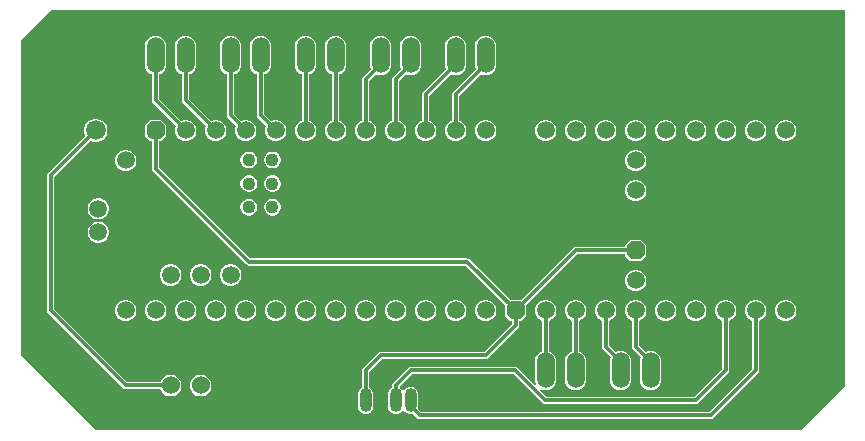
<source format=gbr>
%TF.GenerationSoftware,Altium Limited,Altium Designer,23.10.1 (27)*%
G04 Layer_Physical_Order=2*
G04 Layer_Color=16711680*
%FSLAX45Y45*%
%MOMM*%
%TF.SameCoordinates,BFA40988-2EC8-4786-B6A0-351078B8BEA4*%
%TF.FilePolarity,Positive*%
%TF.FileFunction,Copper,L2,Bot,Signal*%
%TF.Part,Single*%
G01*
G75*
%TA.AperFunction,ComponentPad*%
%ADD10O,1.01600X2.03200*%
%ADD11C,1.10795*%
%ADD12C,1.50800*%
%ADD13R,1.50800X1.50800*%
G04:AMPARAMS|DCode=14|XSize=1.508mm|YSize=1.508mm|CornerRadius=0mm|HoleSize=0mm|Usage=FLASHONLY|Rotation=90.000|XOffset=0mm|YOffset=0mm|HoleType=Round|Shape=Octagon|*
%AMOCTAGOND14*
4,1,8,0.37700,0.75400,-0.37700,0.75400,-0.75400,0.37700,-0.75400,-0.37700,-0.37700,-0.75400,0.37700,-0.75400,0.75400,-0.37700,0.75400,0.37700,0.37700,0.75400,0.0*
%
%ADD14OCTAGOND14*%

%ADD15C,1.67640*%
%ADD16R,1.50800X1.50800*%
%ADD17O,1.50800X3.01600*%
%ADD18C,1.52400*%
%TA.AperFunction,Conductor*%
%ADD19C,0.30480*%
G36*
X7230529Y499529D02*
X6858000Y127000D01*
X889000D01*
X254000Y762000D01*
Y3429000D01*
X508000Y3683000D01*
X7230529D01*
Y499529D01*
D02*
G37*
%LPC*%
G36*
X4191000Y3468822D02*
X4167338Y3465707D01*
X4145289Y3456574D01*
X4126355Y3442045D01*
X4111826Y3423111D01*
X4102693Y3401062D01*
X4099578Y3377400D01*
Y3226600D01*
X4102693Y3202938D01*
X4108755Y3188305D01*
X3915025Y2994575D01*
X3908288Y2984493D01*
X3905923Y2972600D01*
Y2752510D01*
X3902014Y2751463D01*
X3881346Y2739530D01*
X3864470Y2722654D01*
X3852537Y2701986D01*
X3846360Y2678933D01*
Y2655067D01*
X3852537Y2632014D01*
X3864470Y2611346D01*
X3881346Y2594470D01*
X3902014Y2582537D01*
X3925067Y2576360D01*
X3948933D01*
X3971986Y2582537D01*
X3992654Y2594470D01*
X4009530Y2611346D01*
X4021463Y2632014D01*
X4027640Y2655067D01*
Y2678933D01*
X4021463Y2701986D01*
X4009530Y2722654D01*
X3992654Y2739530D01*
X3971986Y2751463D01*
X3968077Y2752510D01*
Y2959728D01*
X4152704Y3144355D01*
X4167338Y3138293D01*
X4191000Y3135178D01*
X4214662Y3138293D01*
X4236711Y3147426D01*
X4255645Y3161955D01*
X4270174Y3180889D01*
X4279307Y3202938D01*
X4282422Y3226600D01*
Y3377400D01*
X4279307Y3401062D01*
X4270174Y3423111D01*
X4255645Y3442045D01*
X4236711Y3456574D01*
X4214662Y3465707D01*
X4191000Y3468822D01*
D02*
G37*
G36*
X3937000D02*
X3913338Y3465707D01*
X3891289Y3456574D01*
X3872355Y3442045D01*
X3857826Y3423111D01*
X3848693Y3401062D01*
X3845578Y3377400D01*
Y3226600D01*
X3848693Y3202938D01*
X3854755Y3188305D01*
X3661025Y2994575D01*
X3654288Y2984493D01*
X3651923Y2972600D01*
Y2752510D01*
X3648014Y2751463D01*
X3627346Y2739530D01*
X3610470Y2722654D01*
X3598537Y2701986D01*
X3592360Y2678933D01*
Y2655067D01*
X3598537Y2632014D01*
X3610470Y2611346D01*
X3627346Y2594470D01*
X3648014Y2582537D01*
X3671067Y2576360D01*
X3694933D01*
X3717986Y2582537D01*
X3738654Y2594470D01*
X3755530Y2611346D01*
X3767463Y2632014D01*
X3773640Y2655067D01*
Y2678933D01*
X3767463Y2701986D01*
X3755530Y2722654D01*
X3738654Y2739530D01*
X3717986Y2751463D01*
X3714077Y2752510D01*
Y2959728D01*
X3898704Y3144355D01*
X3913338Y3138293D01*
X3937000Y3135178D01*
X3960662Y3138293D01*
X3982711Y3147426D01*
X4001645Y3161955D01*
X4016174Y3180889D01*
X4025307Y3202938D01*
X4028422Y3226600D01*
Y3377400D01*
X4025307Y3401062D01*
X4016174Y3423111D01*
X4001645Y3442045D01*
X3982711Y3456574D01*
X3960662Y3465707D01*
X3937000Y3468822D01*
D02*
G37*
G36*
X3556000D02*
X3532338Y3465707D01*
X3510289Y3456574D01*
X3491355Y3442045D01*
X3476826Y3423111D01*
X3467693Y3401062D01*
X3464578Y3377400D01*
Y3226600D01*
X3467693Y3202938D01*
X3473755Y3188305D01*
X3407025Y3121575D01*
X3400288Y3111493D01*
X3397923Y3099600D01*
Y2752510D01*
X3394014Y2751463D01*
X3373346Y2739530D01*
X3356470Y2722654D01*
X3344537Y2701986D01*
X3338360Y2678933D01*
Y2655067D01*
X3344537Y2632014D01*
X3356470Y2611346D01*
X3373346Y2594470D01*
X3394014Y2582537D01*
X3417067Y2576360D01*
X3440933D01*
X3463986Y2582537D01*
X3484654Y2594470D01*
X3501530Y2611346D01*
X3513463Y2632014D01*
X3519640Y2655067D01*
Y2678933D01*
X3513463Y2701986D01*
X3501530Y2722654D01*
X3484654Y2739530D01*
X3463986Y2751463D01*
X3460077Y2752510D01*
Y3086728D01*
X3517704Y3144355D01*
X3532338Y3138293D01*
X3556000Y3135178D01*
X3579662Y3138293D01*
X3601711Y3147426D01*
X3620645Y3161955D01*
X3635174Y3180889D01*
X3644307Y3202938D01*
X3647422Y3226600D01*
Y3377400D01*
X3644307Y3401062D01*
X3635174Y3423111D01*
X3620645Y3442045D01*
X3601711Y3456574D01*
X3579662Y3465707D01*
X3556000Y3468822D01*
D02*
G37*
G36*
X3302000D02*
X3278338Y3465707D01*
X3256289Y3456574D01*
X3237355Y3442045D01*
X3222826Y3423111D01*
X3213693Y3401062D01*
X3210578Y3377400D01*
Y3226600D01*
X3213693Y3202938D01*
X3219755Y3188305D01*
X3153025Y3121575D01*
X3146288Y3111493D01*
X3143923Y3099600D01*
Y2752510D01*
X3140014Y2751463D01*
X3119346Y2739530D01*
X3102470Y2722654D01*
X3090537Y2701986D01*
X3084360Y2678933D01*
Y2655067D01*
X3090537Y2632014D01*
X3102470Y2611346D01*
X3119346Y2594470D01*
X3140014Y2582537D01*
X3163067Y2576360D01*
X3186933D01*
X3209986Y2582537D01*
X3230654Y2594470D01*
X3247530Y2611346D01*
X3259463Y2632014D01*
X3265640Y2655067D01*
Y2678933D01*
X3259463Y2701986D01*
X3247530Y2722654D01*
X3230654Y2739530D01*
X3209986Y2751463D01*
X3206077Y2752510D01*
Y3086728D01*
X3263704Y3144355D01*
X3278338Y3138293D01*
X3302000Y3135178D01*
X3325662Y3138293D01*
X3347711Y3147426D01*
X3366645Y3161955D01*
X3381174Y3180889D01*
X3390307Y3202938D01*
X3393422Y3226600D01*
Y3377400D01*
X3390307Y3401062D01*
X3381174Y3423111D01*
X3366645Y3442045D01*
X3347711Y3456574D01*
X3325662Y3465707D01*
X3302000Y3468822D01*
D02*
G37*
G36*
X6742933Y2757640D02*
X6719067D01*
X6696014Y2751463D01*
X6675346Y2739530D01*
X6658470Y2722654D01*
X6646537Y2701986D01*
X6640360Y2678933D01*
Y2655067D01*
X6646537Y2632014D01*
X6658470Y2611346D01*
X6675346Y2594470D01*
X6696014Y2582537D01*
X6719067Y2576360D01*
X6742933D01*
X6765986Y2582537D01*
X6786654Y2594470D01*
X6803530Y2611346D01*
X6815463Y2632014D01*
X6821640Y2655067D01*
Y2678933D01*
X6815463Y2701986D01*
X6803530Y2722654D01*
X6786654Y2739530D01*
X6765986Y2751463D01*
X6742933Y2757640D01*
D02*
G37*
G36*
X6488933D02*
X6465067D01*
X6442014Y2751463D01*
X6421346Y2739530D01*
X6404470Y2722654D01*
X6392537Y2701986D01*
X6386360Y2678933D01*
Y2655067D01*
X6392537Y2632014D01*
X6404470Y2611346D01*
X6421346Y2594470D01*
X6442014Y2582537D01*
X6465067Y2576360D01*
X6488933D01*
X6511986Y2582537D01*
X6532654Y2594470D01*
X6549530Y2611346D01*
X6561463Y2632014D01*
X6567640Y2655067D01*
Y2678933D01*
X6561463Y2701986D01*
X6549530Y2722654D01*
X6532654Y2739530D01*
X6511986Y2751463D01*
X6488933Y2757640D01*
D02*
G37*
G36*
X6234933D02*
X6211067D01*
X6188014Y2751463D01*
X6167346Y2739530D01*
X6150470Y2722654D01*
X6138537Y2701986D01*
X6132360Y2678933D01*
Y2655067D01*
X6138537Y2632014D01*
X6150470Y2611346D01*
X6167346Y2594470D01*
X6188014Y2582537D01*
X6211067Y2576360D01*
X6234933D01*
X6257986Y2582537D01*
X6278654Y2594470D01*
X6295530Y2611346D01*
X6307463Y2632014D01*
X6313640Y2655067D01*
Y2678933D01*
X6307463Y2701986D01*
X6295530Y2722654D01*
X6278654Y2739530D01*
X6257986Y2751463D01*
X6234933Y2757640D01*
D02*
G37*
G36*
X5980933D02*
X5957067D01*
X5934014Y2751463D01*
X5913346Y2739530D01*
X5896470Y2722654D01*
X5884537Y2701986D01*
X5878360Y2678933D01*
Y2655067D01*
X5884537Y2632014D01*
X5896470Y2611346D01*
X5913346Y2594470D01*
X5934014Y2582537D01*
X5957067Y2576360D01*
X5980933D01*
X6003986Y2582537D01*
X6024654Y2594470D01*
X6041530Y2611346D01*
X6053463Y2632014D01*
X6059640Y2655067D01*
Y2678933D01*
X6053463Y2701986D01*
X6041530Y2722654D01*
X6024654Y2739530D01*
X6003986Y2751463D01*
X5980933Y2757640D01*
D02*
G37*
G36*
X5726933D02*
X5703067D01*
X5680014Y2751463D01*
X5659346Y2739530D01*
X5642470Y2722654D01*
X5630537Y2701986D01*
X5624360Y2678933D01*
Y2655067D01*
X5630537Y2632014D01*
X5642470Y2611346D01*
X5659346Y2594470D01*
X5680014Y2582537D01*
X5703067Y2576360D01*
X5726933D01*
X5749986Y2582537D01*
X5770654Y2594470D01*
X5787530Y2611346D01*
X5799463Y2632014D01*
X5805640Y2655067D01*
Y2678933D01*
X5799463Y2701986D01*
X5787530Y2722654D01*
X5770654Y2739530D01*
X5749986Y2751463D01*
X5726933Y2757640D01*
D02*
G37*
G36*
X5472933D02*
X5449067D01*
X5426014Y2751463D01*
X5405346Y2739530D01*
X5388470Y2722654D01*
X5376537Y2701986D01*
X5370360Y2678933D01*
Y2655067D01*
X5376537Y2632014D01*
X5388470Y2611346D01*
X5405346Y2594470D01*
X5426014Y2582537D01*
X5449067Y2576360D01*
X5472933D01*
X5495986Y2582537D01*
X5516654Y2594470D01*
X5533530Y2611346D01*
X5545463Y2632014D01*
X5551640Y2655067D01*
Y2678933D01*
X5545463Y2701986D01*
X5533530Y2722654D01*
X5516654Y2739530D01*
X5495986Y2751463D01*
X5472933Y2757640D01*
D02*
G37*
G36*
X5218933D02*
X5195067D01*
X5172014Y2751463D01*
X5151346Y2739530D01*
X5134470Y2722654D01*
X5122537Y2701986D01*
X5116360Y2678933D01*
Y2655067D01*
X5122537Y2632014D01*
X5134470Y2611346D01*
X5151346Y2594470D01*
X5172014Y2582537D01*
X5195067Y2576360D01*
X5218933D01*
X5241986Y2582537D01*
X5262654Y2594470D01*
X5279530Y2611346D01*
X5291463Y2632014D01*
X5297640Y2655067D01*
Y2678933D01*
X5291463Y2701986D01*
X5279530Y2722654D01*
X5262654Y2739530D01*
X5241986Y2751463D01*
X5218933Y2757640D01*
D02*
G37*
G36*
X4964933D02*
X4941067D01*
X4918014Y2751463D01*
X4897346Y2739530D01*
X4880470Y2722654D01*
X4868537Y2701986D01*
X4862360Y2678933D01*
Y2655067D01*
X4868537Y2632014D01*
X4880470Y2611346D01*
X4897346Y2594470D01*
X4918014Y2582537D01*
X4941067Y2576360D01*
X4964933D01*
X4987986Y2582537D01*
X5008654Y2594470D01*
X5025530Y2611346D01*
X5037463Y2632014D01*
X5043640Y2655067D01*
Y2678933D01*
X5037463Y2701986D01*
X5025530Y2722654D01*
X5008654Y2739530D01*
X4987986Y2751463D01*
X4964933Y2757640D01*
D02*
G37*
G36*
X4710933D02*
X4687067D01*
X4664014Y2751463D01*
X4643346Y2739530D01*
X4626470Y2722654D01*
X4614537Y2701986D01*
X4608360Y2678933D01*
Y2655067D01*
X4614537Y2632014D01*
X4626470Y2611346D01*
X4643346Y2594470D01*
X4664014Y2582537D01*
X4687067Y2576360D01*
X4710933D01*
X4733986Y2582537D01*
X4754654Y2594470D01*
X4771530Y2611346D01*
X4783463Y2632014D01*
X4789640Y2655067D01*
Y2678933D01*
X4783463Y2701986D01*
X4771530Y2722654D01*
X4754654Y2739530D01*
X4733986Y2751463D01*
X4710933Y2757640D01*
D02*
G37*
G36*
X4202933D02*
X4179067D01*
X4156014Y2751463D01*
X4135346Y2739530D01*
X4118470Y2722654D01*
X4106537Y2701986D01*
X4100360Y2678933D01*
Y2655067D01*
X4106537Y2632014D01*
X4118470Y2611346D01*
X4135346Y2594470D01*
X4156014Y2582537D01*
X4179067Y2576360D01*
X4202933D01*
X4225986Y2582537D01*
X4246654Y2594470D01*
X4263530Y2611346D01*
X4275463Y2632014D01*
X4281640Y2655067D01*
Y2678933D01*
X4275463Y2701986D01*
X4263530Y2722654D01*
X4246654Y2739530D01*
X4225986Y2751463D01*
X4202933Y2757640D01*
D02*
G37*
G36*
X2921000Y3468822D02*
X2897338Y3465707D01*
X2875289Y3456574D01*
X2856355Y3442045D01*
X2841826Y3423111D01*
X2832693Y3401062D01*
X2829578Y3377400D01*
Y3226600D01*
X2832693Y3202938D01*
X2841826Y3180889D01*
X2856355Y3161955D01*
X2875289Y3147426D01*
X2889923Y3141365D01*
Y2752510D01*
X2886014Y2751463D01*
X2865346Y2739530D01*
X2848470Y2722654D01*
X2836537Y2701986D01*
X2830360Y2678933D01*
Y2655067D01*
X2836537Y2632014D01*
X2848470Y2611346D01*
X2865346Y2594470D01*
X2886014Y2582537D01*
X2909067Y2576360D01*
X2932933D01*
X2955986Y2582537D01*
X2976654Y2594470D01*
X2993530Y2611346D01*
X3005463Y2632014D01*
X3011640Y2655067D01*
Y2678933D01*
X3005463Y2701986D01*
X2993530Y2722654D01*
X2976654Y2739530D01*
X2955986Y2751463D01*
X2952077Y2752510D01*
Y3141365D01*
X2966711Y3147426D01*
X2985645Y3161955D01*
X3000174Y3180889D01*
X3009307Y3202938D01*
X3012422Y3226600D01*
Y3377400D01*
X3009307Y3401062D01*
X3000174Y3423111D01*
X2985645Y3442045D01*
X2966711Y3456574D01*
X2944662Y3465707D01*
X2921000Y3468822D01*
D02*
G37*
G36*
X2667000D02*
X2643338Y3465707D01*
X2621289Y3456574D01*
X2602355Y3442045D01*
X2587826Y3423111D01*
X2578693Y3401062D01*
X2575578Y3377400D01*
Y3226600D01*
X2578693Y3202938D01*
X2587826Y3180889D01*
X2602355Y3161955D01*
X2621289Y3147426D01*
X2635923Y3141365D01*
Y2752510D01*
X2632014Y2751463D01*
X2611346Y2739530D01*
X2594470Y2722654D01*
X2582537Y2701986D01*
X2576360Y2678933D01*
Y2655067D01*
X2582537Y2632014D01*
X2594470Y2611346D01*
X2611346Y2594470D01*
X2632014Y2582537D01*
X2655067Y2576360D01*
X2678933D01*
X2701986Y2582537D01*
X2722654Y2594470D01*
X2739530Y2611346D01*
X2751463Y2632014D01*
X2757640Y2655067D01*
Y2678933D01*
X2751463Y2701986D01*
X2739530Y2722654D01*
X2722654Y2739530D01*
X2701986Y2751463D01*
X2698077Y2752510D01*
Y3141365D01*
X2712711Y3147426D01*
X2731645Y3161955D01*
X2746174Y3180889D01*
X2755307Y3202938D01*
X2758422Y3226600D01*
Y3377400D01*
X2755307Y3401062D01*
X2746174Y3423111D01*
X2731645Y3442045D01*
X2712711Y3456574D01*
X2690662Y3465707D01*
X2667000Y3468822D01*
D02*
G37*
G36*
X2286000D02*
X2262338Y3465707D01*
X2240289Y3456574D01*
X2221355Y3442045D01*
X2206826Y3423111D01*
X2197693Y3401062D01*
X2194578Y3377400D01*
Y3226600D01*
X2197693Y3202938D01*
X2206826Y3180889D01*
X2221355Y3161955D01*
X2240289Y3147426D01*
X2254923Y3141365D01*
Y2794000D01*
X2257288Y2782107D01*
X2264025Y2772025D01*
X2330560Y2705490D01*
X2328537Y2701986D01*
X2322360Y2678933D01*
Y2655067D01*
X2328537Y2632014D01*
X2340470Y2611346D01*
X2357346Y2594470D01*
X2378014Y2582537D01*
X2401067Y2576360D01*
X2424933D01*
X2447986Y2582537D01*
X2468654Y2594470D01*
X2485530Y2611346D01*
X2497463Y2632014D01*
X2503640Y2655067D01*
Y2678933D01*
X2497463Y2701986D01*
X2485530Y2722654D01*
X2468654Y2739530D01*
X2447986Y2751463D01*
X2424933Y2757640D01*
X2401067D01*
X2378014Y2751463D01*
X2374510Y2749440D01*
X2317077Y2806872D01*
Y3141365D01*
X2331711Y3147426D01*
X2350645Y3161955D01*
X2365174Y3180889D01*
X2374307Y3202938D01*
X2377422Y3226600D01*
Y3377400D01*
X2374307Y3401062D01*
X2365174Y3423111D01*
X2350645Y3442045D01*
X2331711Y3456574D01*
X2309662Y3465707D01*
X2286000Y3468822D01*
D02*
G37*
G36*
X2032000D02*
X2008338Y3465707D01*
X1986289Y3456574D01*
X1967355Y3442045D01*
X1952826Y3423111D01*
X1943693Y3401062D01*
X1940578Y3377400D01*
Y3226600D01*
X1943693Y3202938D01*
X1952826Y3180889D01*
X1967355Y3161955D01*
X1986289Y3147426D01*
X2000923Y3141365D01*
Y2794000D01*
X2003288Y2782107D01*
X2010025Y2772025D01*
X2076560Y2705490D01*
X2074537Y2701986D01*
X2068360Y2678933D01*
Y2655067D01*
X2074537Y2632014D01*
X2086470Y2611346D01*
X2103346Y2594470D01*
X2124014Y2582537D01*
X2147067Y2576360D01*
X2170933D01*
X2193986Y2582537D01*
X2214654Y2594470D01*
X2231530Y2611346D01*
X2243463Y2632014D01*
X2249640Y2655067D01*
Y2678933D01*
X2243463Y2701986D01*
X2231530Y2722654D01*
X2214654Y2739530D01*
X2193986Y2751463D01*
X2170933Y2757640D01*
X2147067D01*
X2124014Y2751463D01*
X2120510Y2749440D01*
X2063077Y2806872D01*
Y3141365D01*
X2077711Y3147426D01*
X2096645Y3161955D01*
X2111174Y3180889D01*
X2120307Y3202938D01*
X2123422Y3226600D01*
Y3377400D01*
X2120307Y3401062D01*
X2111174Y3423111D01*
X2096645Y3442045D01*
X2077711Y3456574D01*
X2055662Y3465707D01*
X2032000Y3468822D01*
D02*
G37*
G36*
X1651000D02*
X1627338Y3465707D01*
X1605289Y3456574D01*
X1586355Y3442045D01*
X1571826Y3423111D01*
X1562693Y3401062D01*
X1559578Y3377400D01*
Y3226600D01*
X1562693Y3202938D01*
X1571826Y3180889D01*
X1586355Y3161955D01*
X1605289Y3147426D01*
X1619923Y3141365D01*
Y2921000D01*
X1622288Y2909107D01*
X1629025Y2899025D01*
X1822560Y2705490D01*
X1820537Y2701986D01*
X1814360Y2678933D01*
Y2655067D01*
X1820537Y2632014D01*
X1832470Y2611346D01*
X1849346Y2594470D01*
X1870014Y2582537D01*
X1893067Y2576360D01*
X1916933D01*
X1939986Y2582537D01*
X1960654Y2594470D01*
X1977530Y2611346D01*
X1989463Y2632014D01*
X1995640Y2655067D01*
Y2678933D01*
X1989463Y2701986D01*
X1977530Y2722654D01*
X1960654Y2739530D01*
X1939986Y2751463D01*
X1916933Y2757640D01*
X1893067D01*
X1870014Y2751463D01*
X1866510Y2749440D01*
X1682077Y2933872D01*
Y3141365D01*
X1696711Y3147426D01*
X1715645Y3161955D01*
X1730174Y3180889D01*
X1739307Y3202938D01*
X1742422Y3226600D01*
Y3377400D01*
X1739307Y3401062D01*
X1730174Y3423111D01*
X1715645Y3442045D01*
X1696711Y3456574D01*
X1674662Y3465707D01*
X1651000Y3468822D01*
D02*
G37*
G36*
X1397000D02*
X1373338Y3465707D01*
X1351289Y3456574D01*
X1332355Y3442045D01*
X1317826Y3423111D01*
X1308693Y3401062D01*
X1305578Y3377400D01*
Y3226600D01*
X1308693Y3202938D01*
X1317826Y3180889D01*
X1332355Y3161955D01*
X1351289Y3147426D01*
X1365923Y3141365D01*
Y2921000D01*
X1368288Y2909107D01*
X1375025Y2899025D01*
X1568560Y2705490D01*
X1566537Y2701986D01*
X1560360Y2678933D01*
Y2655067D01*
X1566537Y2632014D01*
X1578470Y2611346D01*
X1595346Y2594470D01*
X1616014Y2582537D01*
X1639067Y2576360D01*
X1662933D01*
X1685986Y2582537D01*
X1706654Y2594470D01*
X1723530Y2611346D01*
X1735463Y2632014D01*
X1741640Y2655067D01*
Y2678933D01*
X1735463Y2701986D01*
X1723530Y2722654D01*
X1706654Y2739530D01*
X1685986Y2751463D01*
X1662933Y2757640D01*
X1639067D01*
X1616014Y2751463D01*
X1612510Y2749440D01*
X1428077Y2933872D01*
Y3141365D01*
X1442711Y3147426D01*
X1461645Y3161955D01*
X1476174Y3180889D01*
X1485307Y3202938D01*
X1488422Y3226600D01*
Y3377400D01*
X1485307Y3401062D01*
X1476174Y3423111D01*
X1461645Y3442045D01*
X1442711Y3456574D01*
X1420662Y3465707D01*
X1397000Y3468822D01*
D02*
G37*
G36*
X902041Y2766060D02*
X875959D01*
X850764Y2759309D01*
X828176Y2746268D01*
X809732Y2727824D01*
X796691Y2705236D01*
X789940Y2680041D01*
Y2653959D01*
X796691Y2628764D01*
X800396Y2622346D01*
X486025Y2307975D01*
X479288Y2297893D01*
X476923Y2286000D01*
Y1143000D01*
X479288Y1131107D01*
X486025Y1121025D01*
X1121025Y486025D01*
X1131107Y479288D01*
X1143000Y476923D01*
X1437662D01*
X1438792Y472705D01*
X1450830Y451855D01*
X1467855Y434830D01*
X1488705Y422792D01*
X1511962Y416560D01*
X1536038D01*
X1559295Y422792D01*
X1580145Y434830D01*
X1597170Y451855D01*
X1609208Y472705D01*
X1615440Y495962D01*
Y520038D01*
X1609208Y543295D01*
X1597170Y564145D01*
X1580145Y581170D01*
X1559295Y593208D01*
X1536038Y599440D01*
X1511962D01*
X1488705Y593208D01*
X1467855Y581170D01*
X1450830Y564145D01*
X1438792Y543295D01*
X1437662Y539077D01*
X1155872D01*
X539077Y1155872D01*
Y2273128D01*
X844346Y2578396D01*
X850764Y2574691D01*
X875959Y2567940D01*
X902041D01*
X927236Y2574691D01*
X949824Y2587732D01*
X968268Y2606176D01*
X981309Y2628764D01*
X988060Y2653959D01*
Y2680041D01*
X981309Y2705236D01*
X968268Y2727824D01*
X949824Y2746268D01*
X927236Y2759309D01*
X902041Y2766060D01*
D02*
G37*
G36*
X2395300Y2487625D02*
X2376700D01*
X2358735Y2482811D01*
X2342627Y2473512D01*
X2329476Y2460360D01*
X2320176Y2444253D01*
X2315362Y2426288D01*
Y2407688D01*
X2320176Y2389723D01*
X2329476Y2373615D01*
X2342627Y2360464D01*
X2358735Y2351164D01*
X2376700Y2346350D01*
X2395300D01*
X2413265Y2351164D01*
X2429372Y2360464D01*
X2442524Y2373615D01*
X2451823Y2389723D01*
X2456637Y2407688D01*
Y2426288D01*
X2451823Y2444253D01*
X2442524Y2460360D01*
X2429372Y2473512D01*
X2413265Y2482811D01*
X2395300Y2487625D01*
D02*
G37*
G36*
X2195300D02*
X2176700D01*
X2158735Y2482811D01*
X2142628Y2473512D01*
X2129476Y2460360D01*
X2120177Y2444253D01*
X2115363Y2426288D01*
Y2407688D01*
X2120177Y2389723D01*
X2129476Y2373615D01*
X2142628Y2360464D01*
X2158735Y2351164D01*
X2176700Y2346350D01*
X2195300D01*
X2213265Y2351164D01*
X2229373Y2360464D01*
X2242524Y2373615D01*
X2251824Y2389723D01*
X2256638Y2407688D01*
Y2426288D01*
X2251824Y2444253D01*
X2242524Y2460360D01*
X2229373Y2473512D01*
X2213265Y2482811D01*
X2195300Y2487625D01*
D02*
G37*
G36*
X5472933Y2503640D02*
X5449067D01*
X5426014Y2497463D01*
X5405346Y2485530D01*
X5388470Y2468654D01*
X5376537Y2447986D01*
X5370360Y2424933D01*
Y2401067D01*
X5376537Y2378014D01*
X5388470Y2357346D01*
X5405346Y2340470D01*
X5426014Y2328537D01*
X5449067Y2322360D01*
X5472933D01*
X5495986Y2328537D01*
X5516654Y2340470D01*
X5533530Y2357346D01*
X5545463Y2378014D01*
X5551640Y2401067D01*
Y2424933D01*
X5545463Y2447986D01*
X5533530Y2468654D01*
X5516654Y2485530D01*
X5495986Y2497463D01*
X5472933Y2503640D01*
D02*
G37*
G36*
X1154933D02*
X1131067D01*
X1108014Y2497463D01*
X1087346Y2485530D01*
X1070470Y2468654D01*
X1058537Y2447986D01*
X1052360Y2424933D01*
Y2401067D01*
X1058537Y2378014D01*
X1070470Y2357346D01*
X1087346Y2340470D01*
X1108014Y2328537D01*
X1131067Y2322360D01*
X1154933D01*
X1177986Y2328537D01*
X1198654Y2340470D01*
X1215530Y2357346D01*
X1227463Y2378014D01*
X1233640Y2401067D01*
Y2424933D01*
X1227463Y2447986D01*
X1215530Y2468654D01*
X1198654Y2485530D01*
X1177986Y2497463D01*
X1154933Y2503640D01*
D02*
G37*
G36*
X2395300Y2287626D02*
X2376700D01*
X2358735Y2282812D01*
X2342627Y2273512D01*
X2329476Y2260361D01*
X2320176Y2244253D01*
X2315362Y2226288D01*
Y2207688D01*
X2320176Y2189723D01*
X2329476Y2173616D01*
X2342627Y2160464D01*
X2358735Y2151165D01*
X2376700Y2146351D01*
X2395300D01*
X2413265Y2151165D01*
X2429372Y2160464D01*
X2442524Y2173616D01*
X2451823Y2189723D01*
X2456637Y2207688D01*
Y2226288D01*
X2451823Y2244253D01*
X2442524Y2260361D01*
X2429372Y2273512D01*
X2413265Y2282812D01*
X2395300Y2287626D01*
D02*
G37*
G36*
X2195300D02*
X2176700D01*
X2158735Y2282812D01*
X2142628Y2273512D01*
X2129476Y2260361D01*
X2120177Y2244253D01*
X2115363Y2226288D01*
Y2207688D01*
X2120177Y2189723D01*
X2129476Y2173616D01*
X2142628Y2160464D01*
X2158735Y2151165D01*
X2176700Y2146351D01*
X2195300D01*
X2213265Y2151165D01*
X2229373Y2160464D01*
X2242524Y2173616D01*
X2251824Y2189723D01*
X2256638Y2207688D01*
Y2226288D01*
X2251824Y2244253D01*
X2242524Y2260361D01*
X2229373Y2273512D01*
X2213265Y2282812D01*
X2195300Y2287626D01*
D02*
G37*
G36*
X5472933Y2249640D02*
X5449067D01*
X5426014Y2243463D01*
X5405346Y2231530D01*
X5388470Y2214654D01*
X5376537Y2193986D01*
X5370360Y2170933D01*
Y2147067D01*
X5376537Y2124014D01*
X5388470Y2103346D01*
X5405346Y2086470D01*
X5426014Y2074537D01*
X5449067Y2068360D01*
X5472933D01*
X5495986Y2074537D01*
X5516654Y2086470D01*
X5533530Y2103346D01*
X5545463Y2124014D01*
X5551640Y2147067D01*
Y2170933D01*
X5545463Y2193986D01*
X5533530Y2214654D01*
X5516654Y2231530D01*
X5495986Y2243463D01*
X5472933Y2249640D01*
D02*
G37*
G36*
X2395300Y2087626D02*
X2376700D01*
X2358735Y2082812D01*
X2342627Y2073513D01*
X2329476Y2060361D01*
X2320176Y2044254D01*
X2315362Y2026288D01*
Y2007689D01*
X2320176Y1989723D01*
X2329476Y1973616D01*
X2342627Y1960464D01*
X2358735Y1951165D01*
X2376700Y1946351D01*
X2395300D01*
X2413265Y1951165D01*
X2429372Y1960464D01*
X2442524Y1973616D01*
X2451823Y1989723D01*
X2456637Y2007689D01*
Y2026288D01*
X2451823Y2044254D01*
X2442524Y2060361D01*
X2429372Y2073513D01*
X2413265Y2082812D01*
X2395300Y2087626D01*
D02*
G37*
G36*
X2195300D02*
X2176700D01*
X2158735Y2082812D01*
X2142628Y2073513D01*
X2129476Y2060361D01*
X2120177Y2044254D01*
X2115363Y2026288D01*
Y2007689D01*
X2120177Y1989723D01*
X2129476Y1973616D01*
X2142628Y1960464D01*
X2158735Y1951165D01*
X2176700Y1946351D01*
X2195300D01*
X2213265Y1951165D01*
X2229373Y1960464D01*
X2242524Y1973616D01*
X2251824Y1989723D01*
X2256638Y2007689D01*
Y2026288D01*
X2251824Y2044254D01*
X2242524Y2060361D01*
X2229373Y2073513D01*
X2213265Y2082812D01*
X2195300Y2087626D01*
D02*
G37*
G36*
X923945Y2095640D02*
X900079D01*
X877027Y2089463D01*
X856358Y2077530D01*
X839482Y2060654D01*
X827550Y2039986D01*
X821373Y2016933D01*
Y1993067D01*
X827550Y1970014D01*
X839482Y1949346D01*
X856358Y1932470D01*
X877027Y1920537D01*
X900079Y1914360D01*
X923945D01*
X946998Y1920537D01*
X967667Y1932470D01*
X984542Y1949346D01*
X996475Y1970014D01*
X1002652Y1993067D01*
Y2016933D01*
X996475Y2039986D01*
X984542Y2060654D01*
X967667Y2077530D01*
X946998Y2089463D01*
X923945Y2095640D01*
D02*
G37*
G36*
Y1895640D02*
X900079D01*
X877027Y1889463D01*
X856358Y1877530D01*
X839482Y1860654D01*
X827550Y1839986D01*
X821373Y1816933D01*
Y1793067D01*
X827550Y1770014D01*
X839482Y1749346D01*
X856358Y1732470D01*
X877027Y1720537D01*
X900079Y1714360D01*
X923945D01*
X946998Y1720537D01*
X967667Y1732470D01*
X984542Y1749346D01*
X996475Y1770014D01*
X1002652Y1793067D01*
Y1816933D01*
X996475Y1839986D01*
X984542Y1860654D01*
X967667Y1877530D01*
X946998Y1889463D01*
X923945Y1895640D01*
D02*
G37*
G36*
X1442320Y2757640D02*
X1351680D01*
X1306360Y2712320D01*
Y2621680D01*
X1320463Y2607577D01*
X1326765Y2598146D01*
X1336196Y2591844D01*
X1351680Y2576360D01*
X1365923D01*
Y2344750D01*
X1368288Y2332857D01*
X1375025Y2322775D01*
X2165295Y1532505D01*
X2175377Y1525768D01*
X2187270Y1523403D01*
X4020648D01*
X4355045Y1189005D01*
X4354360Y1188320D01*
Y1097680D01*
X4399680Y1052360D01*
X4413923D01*
Y1028873D01*
X4178128Y793077D01*
X3302000D01*
X3290107Y790712D01*
X3280025Y783975D01*
X3153025Y656975D01*
X3146288Y646893D01*
X3143923Y635000D01*
Y490409D01*
X3141695Y489486D01*
X3127900Y478900D01*
X3117314Y465105D01*
X3110660Y449040D01*
X3108390Y431800D01*
Y330200D01*
X3110660Y312960D01*
X3117314Y296895D01*
X3127900Y283100D01*
X3141695Y272514D01*
X3157760Y265860D01*
X3175000Y263590D01*
X3192240Y265860D01*
X3208305Y272514D01*
X3222100Y283100D01*
X3232686Y296895D01*
X3239340Y312960D01*
X3241610Y330200D01*
Y431800D01*
X3239340Y449040D01*
X3232686Y465105D01*
X3222100Y478900D01*
X3208305Y489486D01*
X3206077Y490409D01*
Y622128D01*
X3314872Y730923D01*
X4191000D01*
X4202893Y733288D01*
X4212975Y740025D01*
X4466975Y994025D01*
X4473712Y1004107D01*
X4476077Y1016000D01*
Y1052360D01*
X4490320D01*
X4535640Y1097680D01*
Y1188320D01*
X4534955Y1189005D01*
X4965872Y1619923D01*
X5370360D01*
Y1605680D01*
X5415680Y1560360D01*
X5506320D01*
X5551640Y1605680D01*
Y1696320D01*
X5506320Y1741640D01*
X5415680D01*
X5370360Y1696320D01*
Y1682077D01*
X4953000D01*
X4941107Y1679712D01*
X4931025Y1672975D01*
X4491005Y1232955D01*
X4490320Y1233640D01*
X4399680D01*
X4398995Y1232955D01*
X4055495Y1576455D01*
X4045413Y1583192D01*
X4033520Y1585557D01*
X2200143D01*
X1428077Y2357623D01*
Y2576360D01*
X1442320D01*
X1487640Y2621680D01*
Y2712320D01*
X1442320Y2757640D01*
D02*
G37*
G36*
X2043933Y1533639D02*
X2020067D01*
X1997014Y1527462D01*
X1976346Y1515529D01*
X1959470Y1498654D01*
X1947537Y1477985D01*
X1941360Y1454932D01*
Y1431066D01*
X1947537Y1408014D01*
X1959470Y1387345D01*
X1976346Y1370469D01*
X1997014Y1358537D01*
X2020067Y1352359D01*
X2043933D01*
X2066986Y1358537D01*
X2087654Y1370469D01*
X2104530Y1387345D01*
X2116463Y1408014D01*
X2122640Y1431066D01*
Y1454932D01*
X2116463Y1477985D01*
X2104530Y1498654D01*
X2087654Y1515529D01*
X2066986Y1527462D01*
X2043933Y1533639D01*
D02*
G37*
G36*
X1789933D02*
X1766067D01*
X1743014Y1527462D01*
X1722346Y1515529D01*
X1705470Y1498654D01*
X1693537Y1477985D01*
X1687360Y1454932D01*
Y1431066D01*
X1693537Y1408014D01*
X1705470Y1387345D01*
X1722346Y1370469D01*
X1743014Y1358537D01*
X1766067Y1352359D01*
X1789933D01*
X1812986Y1358537D01*
X1833654Y1370469D01*
X1850530Y1387345D01*
X1862463Y1408014D01*
X1868640Y1431066D01*
Y1454932D01*
X1862463Y1477985D01*
X1850530Y1498654D01*
X1833654Y1515529D01*
X1812986Y1527462D01*
X1789933Y1533639D01*
D02*
G37*
G36*
X1535933D02*
X1512067D01*
X1489014Y1527462D01*
X1468346Y1515529D01*
X1451470Y1498654D01*
X1439537Y1477985D01*
X1433360Y1454932D01*
Y1431066D01*
X1439537Y1408014D01*
X1451470Y1387345D01*
X1468346Y1370469D01*
X1489014Y1358537D01*
X1512067Y1352359D01*
X1535933D01*
X1558986Y1358537D01*
X1579654Y1370469D01*
X1596530Y1387345D01*
X1608463Y1408014D01*
X1614640Y1431066D01*
Y1454932D01*
X1608463Y1477985D01*
X1596530Y1498654D01*
X1579654Y1515529D01*
X1558986Y1527462D01*
X1535933Y1533639D01*
D02*
G37*
G36*
X5472933Y1487640D02*
X5449067D01*
X5426014Y1481463D01*
X5405346Y1469530D01*
X5388470Y1452654D01*
X5376537Y1431986D01*
X5370360Y1408933D01*
Y1385067D01*
X5376537Y1362014D01*
X5388470Y1341346D01*
X5405346Y1324470D01*
X5426014Y1312537D01*
X5449067Y1306360D01*
X5472933D01*
X5495986Y1312537D01*
X5516654Y1324470D01*
X5533530Y1341346D01*
X5545463Y1362014D01*
X5551640Y1385067D01*
Y1408933D01*
X5545463Y1431986D01*
X5533530Y1452654D01*
X5516654Y1469530D01*
X5495986Y1481463D01*
X5472933Y1487640D01*
D02*
G37*
G36*
X6742933Y1233640D02*
X6719067D01*
X6696014Y1227463D01*
X6675346Y1215530D01*
X6658470Y1198654D01*
X6646537Y1177986D01*
X6640360Y1154933D01*
Y1131067D01*
X6646537Y1108014D01*
X6658470Y1087346D01*
X6675346Y1070470D01*
X6696014Y1058537D01*
X6719067Y1052360D01*
X6742933D01*
X6765986Y1058537D01*
X6786654Y1070470D01*
X6803530Y1087346D01*
X6815463Y1108014D01*
X6821640Y1131067D01*
Y1154933D01*
X6815463Y1177986D01*
X6803530Y1198654D01*
X6786654Y1215530D01*
X6765986Y1227463D01*
X6742933Y1233640D01*
D02*
G37*
G36*
X5980933D02*
X5957067D01*
X5934014Y1227463D01*
X5913346Y1215530D01*
X5896470Y1198654D01*
X5884537Y1177986D01*
X5878360Y1154933D01*
Y1131067D01*
X5884537Y1108014D01*
X5896470Y1087346D01*
X5913346Y1070470D01*
X5934014Y1058537D01*
X5957067Y1052360D01*
X5980933D01*
X6003986Y1058537D01*
X6024654Y1070470D01*
X6041530Y1087346D01*
X6053463Y1108014D01*
X6059640Y1131067D01*
Y1154933D01*
X6053463Y1177986D01*
X6041530Y1198654D01*
X6024654Y1215530D01*
X6003986Y1227463D01*
X5980933Y1233640D01*
D02*
G37*
G36*
X5726933D02*
X5703067D01*
X5680014Y1227463D01*
X5659346Y1215530D01*
X5642470Y1198654D01*
X5630537Y1177986D01*
X5624360Y1154933D01*
Y1131067D01*
X5630537Y1108014D01*
X5642470Y1087346D01*
X5659346Y1070470D01*
X5680014Y1058537D01*
X5703067Y1052360D01*
X5726933D01*
X5749986Y1058537D01*
X5770654Y1070470D01*
X5787530Y1087346D01*
X5799463Y1108014D01*
X5805640Y1131067D01*
Y1154933D01*
X5799463Y1177986D01*
X5787530Y1198654D01*
X5770654Y1215530D01*
X5749986Y1227463D01*
X5726933Y1233640D01*
D02*
G37*
G36*
X4202933D02*
X4179067D01*
X4156014Y1227463D01*
X4135346Y1215530D01*
X4118470Y1198654D01*
X4106537Y1177986D01*
X4100360Y1154933D01*
Y1131067D01*
X4106537Y1108014D01*
X4118470Y1087346D01*
X4135346Y1070470D01*
X4156014Y1058537D01*
X4179067Y1052360D01*
X4202933D01*
X4225986Y1058537D01*
X4246654Y1070470D01*
X4263530Y1087346D01*
X4275463Y1108014D01*
X4281640Y1131067D01*
Y1154933D01*
X4275463Y1177986D01*
X4263530Y1198654D01*
X4246654Y1215530D01*
X4225986Y1227463D01*
X4202933Y1233640D01*
D02*
G37*
G36*
X3948933D02*
X3925067D01*
X3902014Y1227463D01*
X3881346Y1215530D01*
X3864470Y1198654D01*
X3852537Y1177986D01*
X3846360Y1154933D01*
Y1131067D01*
X3852537Y1108014D01*
X3864470Y1087346D01*
X3881346Y1070470D01*
X3902014Y1058537D01*
X3925067Y1052360D01*
X3948933D01*
X3971986Y1058537D01*
X3992654Y1070470D01*
X4009530Y1087346D01*
X4021463Y1108014D01*
X4027640Y1131067D01*
Y1154933D01*
X4021463Y1177986D01*
X4009530Y1198654D01*
X3992654Y1215530D01*
X3971986Y1227463D01*
X3948933Y1233640D01*
D02*
G37*
G36*
X3694933D02*
X3671067D01*
X3648014Y1227463D01*
X3627346Y1215530D01*
X3610470Y1198654D01*
X3598537Y1177986D01*
X3592360Y1154933D01*
Y1131067D01*
X3598537Y1108014D01*
X3610470Y1087346D01*
X3627346Y1070470D01*
X3648014Y1058537D01*
X3671067Y1052360D01*
X3694933D01*
X3717986Y1058537D01*
X3738654Y1070470D01*
X3755530Y1087346D01*
X3767463Y1108014D01*
X3773640Y1131067D01*
Y1154933D01*
X3767463Y1177986D01*
X3755530Y1198654D01*
X3738654Y1215530D01*
X3717986Y1227463D01*
X3694933Y1233640D01*
D02*
G37*
G36*
X3440933D02*
X3417067D01*
X3394014Y1227463D01*
X3373346Y1215530D01*
X3356470Y1198654D01*
X3344537Y1177986D01*
X3338360Y1154933D01*
Y1131067D01*
X3344537Y1108014D01*
X3356470Y1087346D01*
X3373346Y1070470D01*
X3394014Y1058537D01*
X3417067Y1052360D01*
X3440933D01*
X3463986Y1058537D01*
X3484654Y1070470D01*
X3501530Y1087346D01*
X3513463Y1108014D01*
X3519640Y1131067D01*
Y1154933D01*
X3513463Y1177986D01*
X3501530Y1198654D01*
X3484654Y1215530D01*
X3463986Y1227463D01*
X3440933Y1233640D01*
D02*
G37*
G36*
X3186933D02*
X3163067D01*
X3140014Y1227463D01*
X3119346Y1215530D01*
X3102470Y1198654D01*
X3090537Y1177986D01*
X3084360Y1154933D01*
Y1131067D01*
X3090537Y1108014D01*
X3102470Y1087346D01*
X3119346Y1070470D01*
X3140014Y1058537D01*
X3163067Y1052360D01*
X3186933D01*
X3209986Y1058537D01*
X3230654Y1070470D01*
X3247530Y1087346D01*
X3259463Y1108014D01*
X3265640Y1131067D01*
Y1154933D01*
X3259463Y1177986D01*
X3247530Y1198654D01*
X3230654Y1215530D01*
X3209986Y1227463D01*
X3186933Y1233640D01*
D02*
G37*
G36*
X2932933D02*
X2909067D01*
X2886014Y1227463D01*
X2865346Y1215530D01*
X2848470Y1198654D01*
X2836537Y1177986D01*
X2830360Y1154933D01*
Y1131067D01*
X2836537Y1108014D01*
X2848470Y1087346D01*
X2865346Y1070470D01*
X2886014Y1058537D01*
X2909067Y1052360D01*
X2932933D01*
X2955986Y1058537D01*
X2976654Y1070470D01*
X2993530Y1087346D01*
X3005463Y1108014D01*
X3011640Y1131067D01*
Y1154933D01*
X3005463Y1177986D01*
X2993530Y1198654D01*
X2976654Y1215530D01*
X2955986Y1227463D01*
X2932933Y1233640D01*
D02*
G37*
G36*
X2678933D02*
X2655067D01*
X2632014Y1227463D01*
X2611346Y1215530D01*
X2594470Y1198654D01*
X2582537Y1177986D01*
X2576360Y1154933D01*
Y1131067D01*
X2582537Y1108014D01*
X2594470Y1087346D01*
X2611346Y1070470D01*
X2632014Y1058537D01*
X2655067Y1052360D01*
X2678933D01*
X2701986Y1058537D01*
X2722654Y1070470D01*
X2739530Y1087346D01*
X2751463Y1108014D01*
X2757640Y1131067D01*
Y1154933D01*
X2751463Y1177986D01*
X2739530Y1198654D01*
X2722654Y1215530D01*
X2701986Y1227463D01*
X2678933Y1233640D01*
D02*
G37*
G36*
X2424933D02*
X2401067D01*
X2378014Y1227463D01*
X2357346Y1215530D01*
X2340470Y1198654D01*
X2328537Y1177986D01*
X2322360Y1154933D01*
Y1131067D01*
X2328537Y1108014D01*
X2340470Y1087346D01*
X2357346Y1070470D01*
X2378014Y1058537D01*
X2401067Y1052360D01*
X2424933D01*
X2447986Y1058537D01*
X2468654Y1070470D01*
X2485530Y1087346D01*
X2497463Y1108014D01*
X2503640Y1131067D01*
Y1154933D01*
X2497463Y1177986D01*
X2485530Y1198654D01*
X2468654Y1215530D01*
X2447986Y1227463D01*
X2424933Y1233640D01*
D02*
G37*
G36*
X2170933D02*
X2147067D01*
X2124014Y1227463D01*
X2103346Y1215530D01*
X2086470Y1198654D01*
X2074537Y1177986D01*
X2068360Y1154933D01*
Y1131067D01*
X2074537Y1108014D01*
X2086470Y1087346D01*
X2103346Y1070470D01*
X2124014Y1058537D01*
X2147067Y1052360D01*
X2170933D01*
X2193986Y1058537D01*
X2214654Y1070470D01*
X2231530Y1087346D01*
X2243463Y1108014D01*
X2249640Y1131067D01*
Y1154933D01*
X2243463Y1177986D01*
X2231530Y1198654D01*
X2214654Y1215530D01*
X2193986Y1227463D01*
X2170933Y1233640D01*
D02*
G37*
G36*
X1916933D02*
X1893067D01*
X1870014Y1227463D01*
X1849346Y1215530D01*
X1832470Y1198654D01*
X1820537Y1177986D01*
X1814360Y1154933D01*
Y1131067D01*
X1820537Y1108014D01*
X1832470Y1087346D01*
X1849346Y1070470D01*
X1870014Y1058537D01*
X1893067Y1052360D01*
X1916933D01*
X1939986Y1058537D01*
X1960654Y1070470D01*
X1977530Y1087346D01*
X1989463Y1108014D01*
X1995640Y1131067D01*
Y1154933D01*
X1989463Y1177986D01*
X1977530Y1198654D01*
X1960654Y1215530D01*
X1939986Y1227463D01*
X1916933Y1233640D01*
D02*
G37*
G36*
X1662933D02*
X1639067D01*
X1616014Y1227463D01*
X1595346Y1215530D01*
X1578470Y1198654D01*
X1566537Y1177986D01*
X1560360Y1154933D01*
Y1131067D01*
X1566537Y1108014D01*
X1578470Y1087346D01*
X1595346Y1070470D01*
X1616014Y1058537D01*
X1639067Y1052360D01*
X1662933D01*
X1685986Y1058537D01*
X1706654Y1070470D01*
X1723530Y1087346D01*
X1735463Y1108014D01*
X1741640Y1131067D01*
Y1154933D01*
X1735463Y1177986D01*
X1723530Y1198654D01*
X1706654Y1215530D01*
X1685986Y1227463D01*
X1662933Y1233640D01*
D02*
G37*
G36*
X1408933D02*
X1385067D01*
X1362014Y1227463D01*
X1341346Y1215530D01*
X1324470Y1198654D01*
X1312537Y1177986D01*
X1306360Y1154933D01*
Y1131067D01*
X1312537Y1108014D01*
X1324470Y1087346D01*
X1341346Y1070470D01*
X1362014Y1058537D01*
X1385067Y1052360D01*
X1408933D01*
X1431986Y1058537D01*
X1452654Y1070470D01*
X1469530Y1087346D01*
X1481463Y1108014D01*
X1487640Y1131067D01*
Y1154933D01*
X1481463Y1177986D01*
X1469530Y1198654D01*
X1452654Y1215530D01*
X1431986Y1227463D01*
X1408933Y1233640D01*
D02*
G37*
G36*
X1154933D02*
X1131067D01*
X1108014Y1227463D01*
X1087346Y1215530D01*
X1070470Y1198654D01*
X1058537Y1177986D01*
X1052360Y1154933D01*
Y1131067D01*
X1058537Y1108014D01*
X1070470Y1087346D01*
X1087346Y1070470D01*
X1108014Y1058537D01*
X1131067Y1052360D01*
X1154933D01*
X1177986Y1058537D01*
X1198654Y1070470D01*
X1215530Y1087346D01*
X1227463Y1108014D01*
X1233640Y1131067D01*
Y1154933D01*
X1227463Y1177986D01*
X1215530Y1198654D01*
X1198654Y1215530D01*
X1177986Y1227463D01*
X1154933Y1233640D01*
D02*
G37*
G36*
X5472933D02*
X5449067D01*
X5426014Y1227463D01*
X5405346Y1215530D01*
X5388470Y1198654D01*
X5376537Y1177986D01*
X5370360Y1154933D01*
Y1131067D01*
X5376537Y1108014D01*
X5388470Y1087346D01*
X5405346Y1070470D01*
X5426014Y1058537D01*
X5429923Y1057490D01*
Y837400D01*
X5432288Y825507D01*
X5439025Y815425D01*
X5505755Y748695D01*
X5499693Y734062D01*
X5496578Y710400D01*
Y559600D01*
X5499693Y535938D01*
X5508826Y513889D01*
X5523355Y494955D01*
X5542289Y480426D01*
X5564338Y471293D01*
X5588000Y468178D01*
X5611662Y471293D01*
X5633711Y480426D01*
X5652645Y494955D01*
X5667174Y513889D01*
X5676307Y535938D01*
X5679422Y559600D01*
Y710400D01*
X5676307Y734062D01*
X5667174Y756111D01*
X5652645Y775045D01*
X5633711Y789574D01*
X5611662Y798707D01*
X5588000Y801822D01*
X5564338Y798707D01*
X5549704Y792645D01*
X5492077Y850272D01*
Y1057490D01*
X5495986Y1058537D01*
X5516654Y1070470D01*
X5533530Y1087346D01*
X5545463Y1108014D01*
X5551640Y1131067D01*
Y1154933D01*
X5545463Y1177986D01*
X5533530Y1198654D01*
X5516654Y1215530D01*
X5495986Y1227463D01*
X5472933Y1233640D01*
D02*
G37*
G36*
X5218933D02*
X5195067D01*
X5172014Y1227463D01*
X5151346Y1215530D01*
X5134470Y1198654D01*
X5122537Y1177986D01*
X5116360Y1154933D01*
Y1131067D01*
X5122537Y1108014D01*
X5134470Y1087346D01*
X5151346Y1070470D01*
X5172014Y1058537D01*
X5175923Y1057490D01*
Y837400D01*
X5178288Y825507D01*
X5185025Y815425D01*
X5251755Y748695D01*
X5245693Y734062D01*
X5242578Y710400D01*
Y559600D01*
X5245693Y535938D01*
X5254826Y513889D01*
X5269355Y494955D01*
X5288289Y480426D01*
X5310338Y471293D01*
X5334000Y468178D01*
X5357662Y471293D01*
X5379711Y480426D01*
X5398645Y494955D01*
X5413174Y513889D01*
X5422307Y535938D01*
X5425422Y559600D01*
Y710400D01*
X5422307Y734062D01*
X5413174Y756111D01*
X5398645Y775045D01*
X5379711Y789574D01*
X5357662Y798707D01*
X5334000Y801822D01*
X5310338Y798707D01*
X5295704Y792645D01*
X5238077Y850272D01*
Y1057490D01*
X5241986Y1058537D01*
X5262654Y1070470D01*
X5279530Y1087346D01*
X5291463Y1108014D01*
X5297640Y1131067D01*
Y1154933D01*
X5291463Y1177986D01*
X5279530Y1198654D01*
X5262654Y1215530D01*
X5241986Y1227463D01*
X5218933Y1233640D01*
D02*
G37*
G36*
X4964933D02*
X4941067D01*
X4918014Y1227463D01*
X4897346Y1215530D01*
X4880470Y1198654D01*
X4868537Y1177986D01*
X4862360Y1154933D01*
Y1131067D01*
X4868537Y1108014D01*
X4880470Y1087346D01*
X4897346Y1070470D01*
X4918014Y1058537D01*
X4921923Y1057490D01*
Y795635D01*
X4907289Y789574D01*
X4888355Y775045D01*
X4873826Y756111D01*
X4864693Y734062D01*
X4861578Y710400D01*
Y559600D01*
X4864693Y535938D01*
X4873826Y513889D01*
X4888355Y494955D01*
X4907289Y480426D01*
X4929338Y471293D01*
X4953000Y468178D01*
X4976662Y471293D01*
X4998711Y480426D01*
X5017645Y494955D01*
X5032174Y513889D01*
X5041307Y535938D01*
X5044422Y559600D01*
Y710400D01*
X5041307Y734062D01*
X5032174Y756111D01*
X5017645Y775045D01*
X4998711Y789574D01*
X4984077Y795635D01*
Y1057490D01*
X4987986Y1058537D01*
X5008654Y1070470D01*
X5025530Y1087346D01*
X5037463Y1108014D01*
X5043640Y1131067D01*
Y1154933D01*
X5037463Y1177986D01*
X5025530Y1198654D01*
X5008654Y1215530D01*
X4987986Y1227463D01*
X4964933Y1233640D01*
D02*
G37*
G36*
X1790038Y599440D02*
X1765962D01*
X1742705Y593208D01*
X1721855Y581170D01*
X1704830Y564145D01*
X1692792Y543295D01*
X1686560Y520038D01*
Y495962D01*
X1692792Y472705D01*
X1704830Y451855D01*
X1721855Y434830D01*
X1742705Y422792D01*
X1765962Y416560D01*
X1790038D01*
X1813295Y422792D01*
X1834145Y434830D01*
X1851170Y451855D01*
X1863208Y472705D01*
X1869440Y495962D01*
Y520038D01*
X1863208Y543295D01*
X1851170Y564145D01*
X1834145Y581170D01*
X1813295Y593208D01*
X1790038Y599440D01*
D02*
G37*
G36*
X6488933Y1233640D02*
X6465067D01*
X6442014Y1227463D01*
X6421346Y1215530D01*
X6404470Y1198654D01*
X6392537Y1177986D01*
X6386360Y1154933D01*
Y1131067D01*
X6392537Y1108014D01*
X6404470Y1087346D01*
X6421346Y1070470D01*
X6442014Y1058537D01*
X6445923Y1057490D01*
Y647872D01*
X6083128Y285077D01*
X3645072D01*
X3619417Y310732D01*
X3620340Y312960D01*
X3622610Y330200D01*
Y431800D01*
X3620340Y449040D01*
X3613686Y465105D01*
X3603100Y478900D01*
X3589305Y489486D01*
X3573240Y496140D01*
X3556000Y498410D01*
X3538760Y496140D01*
X3522695Y489486D01*
X3508900Y478900D01*
X3499690Y466898D01*
X3492500Y465907D01*
X3485310Y466898D01*
X3476100Y478900D01*
X3467498Y485501D01*
X3465810Y499629D01*
X3466461Y501511D01*
X3568872Y603923D01*
X4428930D01*
X4673828Y359025D01*
X4683910Y352288D01*
X4695803Y349923D01*
X5969000D01*
X5980893Y352288D01*
X5990975Y359025D01*
X6244975Y613025D01*
X6251712Y623107D01*
X6254077Y635000D01*
Y1057490D01*
X6257986Y1058537D01*
X6278654Y1070470D01*
X6295530Y1087346D01*
X6307463Y1108014D01*
X6313640Y1131067D01*
Y1154933D01*
X6307463Y1177986D01*
X6295530Y1198654D01*
X6278654Y1215530D01*
X6257986Y1227463D01*
X6234933Y1233640D01*
X6211067D01*
X6188014Y1227463D01*
X6167346Y1215530D01*
X6150470Y1198654D01*
X6138537Y1177986D01*
X6132360Y1154933D01*
Y1131067D01*
X6138537Y1108014D01*
X6150470Y1087346D01*
X6167346Y1070470D01*
X6188014Y1058537D01*
X6191923Y1057490D01*
Y647873D01*
X5956128Y412077D01*
X4708675D01*
X4654627Y466126D01*
X4661821Y476892D01*
X4675338Y471293D01*
X4699000Y468178D01*
X4722662Y471293D01*
X4744711Y480426D01*
X4763645Y494955D01*
X4778174Y513889D01*
X4787307Y535938D01*
X4790422Y559600D01*
Y710400D01*
X4787307Y734062D01*
X4778174Y756111D01*
X4763645Y775045D01*
X4744711Y789574D01*
X4730077Y795635D01*
Y1057490D01*
X4733986Y1058537D01*
X4754654Y1070470D01*
X4771530Y1087346D01*
X4783463Y1108014D01*
X4789640Y1131067D01*
Y1154933D01*
X4783463Y1177986D01*
X4771530Y1198654D01*
X4754654Y1215530D01*
X4733986Y1227463D01*
X4710933Y1233640D01*
X4687067D01*
X4664014Y1227463D01*
X4643346Y1215530D01*
X4626470Y1198654D01*
X4614537Y1177986D01*
X4608360Y1154933D01*
Y1131067D01*
X4614537Y1108014D01*
X4626470Y1087346D01*
X4643346Y1070470D01*
X4664014Y1058537D01*
X4667923Y1057490D01*
Y795635D01*
X4653289Y789574D01*
X4634355Y775045D01*
X4619826Y756111D01*
X4610693Y734062D01*
X4607578Y710400D01*
Y559600D01*
X4610693Y535938D01*
X4616292Y522421D01*
X4605526Y515227D01*
X4463777Y656975D01*
X4453695Y663712D01*
X4441803Y666077D01*
X3556000D01*
X3544107Y663712D01*
X3534025Y656975D01*
X3407025Y529975D01*
X3400288Y519893D01*
X3397923Y508000D01*
Y490409D01*
X3395695Y489486D01*
X3381900Y478900D01*
X3371314Y465105D01*
X3364660Y449040D01*
X3362390Y431800D01*
Y330200D01*
X3364660Y312960D01*
X3371314Y296895D01*
X3381900Y283100D01*
X3395695Y272514D01*
X3411760Y265860D01*
X3429000Y263590D01*
X3446240Y265860D01*
X3462305Y272514D01*
X3476100Y283100D01*
X3485310Y295102D01*
X3492500Y296093D01*
X3499690Y295102D01*
X3508900Y283100D01*
X3522695Y272514D01*
X3538760Y265860D01*
X3556000Y263590D01*
X3573240Y265860D01*
X3575468Y266783D01*
X3610225Y232025D01*
X3620307Y225288D01*
X3632200Y222923D01*
X6096000D01*
X6107893Y225288D01*
X6117975Y232025D01*
X6498975Y613025D01*
X6505712Y623107D01*
X6508077Y635000D01*
Y1057490D01*
X6511986Y1058537D01*
X6532654Y1070470D01*
X6549530Y1087346D01*
X6561463Y1108014D01*
X6567640Y1131067D01*
Y1154933D01*
X6561463Y1177986D01*
X6549530Y1198654D01*
X6532654Y1215530D01*
X6511986Y1227463D01*
X6488933Y1233640D01*
D02*
G37*
%LPD*%
D10*
X3175000Y381000D02*
D03*
X3302000D02*
D03*
X3429000D02*
D03*
X3556000D02*
D03*
D11*
X2386000Y2016989D02*
D03*
Y2216988D02*
D03*
Y2416988D02*
D03*
X2186000Y2016989D02*
D03*
Y2216988D02*
D03*
Y2416988D02*
D03*
D12*
X912012Y1805000D02*
D03*
Y2005000D02*
D03*
X4699000Y1143000D02*
D03*
X2540000Y1442999D02*
D03*
X2286000D02*
D03*
X2032000D02*
D03*
X1778000D02*
D03*
X1524000D02*
D03*
X6731000Y2667000D02*
D03*
X6477000D02*
D03*
X6223000D02*
D03*
X5969000D02*
D03*
X5715000D02*
D03*
X5461000D02*
D03*
X5207000D02*
D03*
X4953000D02*
D03*
X4699000D02*
D03*
X6731000Y1143000D02*
D03*
X6477000D02*
D03*
X6223000D02*
D03*
X5969000D02*
D03*
X5715000D02*
D03*
X5461000D02*
D03*
X5207000D02*
D03*
X4953000D02*
D03*
X1651000Y2667000D02*
D03*
X1905000D02*
D03*
X2159000D02*
D03*
X2413000D02*
D03*
X2667000D02*
D03*
X2921000D02*
D03*
X3175000D02*
D03*
X3429000D02*
D03*
X3683000D02*
D03*
X3937000D02*
D03*
X1143000Y2413000D02*
D03*
X3937000Y1143000D02*
D03*
X3683000D02*
D03*
X3429000D02*
D03*
X3175000D02*
D03*
X2921000D02*
D03*
X2667000D02*
D03*
X2413000D02*
D03*
X2159000D02*
D03*
X1905000D02*
D03*
X1651000D02*
D03*
X1397000D02*
D03*
X1143000D02*
D03*
X4191000D02*
D03*
Y2667000D02*
D03*
X5461000Y2413000D02*
D03*
Y2159000D02*
D03*
Y1397000D02*
D03*
D13*
X4445000Y2667000D02*
D03*
X5461000Y1905000D02*
D03*
X889000Y1143000D02*
D03*
D14*
X4445000D02*
D03*
X5461000Y1651000D02*
D03*
X1397000Y2667000D02*
D03*
D15*
X889000D02*
D03*
D16*
X1143000D02*
D03*
D17*
X5334000Y635000D02*
D03*
X5588000D02*
D03*
X4699000D02*
D03*
X4953000D02*
D03*
X1651000Y3302000D02*
D03*
X1397000D02*
D03*
X2286000D02*
D03*
X2032000D02*
D03*
X2921000D02*
D03*
X2667000D02*
D03*
X3556000D02*
D03*
X3302000D02*
D03*
X4191000D02*
D03*
X3937000D02*
D03*
D18*
X2032000Y508000D02*
D03*
X1778000D02*
D03*
X1524000D02*
D03*
D19*
X3429000Y381000D02*
Y508000D01*
X3556000Y635000D01*
X4441803D02*
X4695803Y381000D01*
X3556000Y635000D02*
X4441803D01*
X4953000Y1651000D02*
X5461000D01*
X4445000Y1143000D02*
X4953000Y1651000D01*
X5969000Y381000D02*
X6223000Y635000D01*
X4695803Y381000D02*
X5969000D01*
X3556000Y330200D02*
Y381000D01*
Y330200D02*
X3632200Y254000D01*
X6096000D01*
X6477000Y635000D01*
Y1143000D01*
X6223000Y635000D02*
Y1143000D01*
X4445000Y1016000D02*
Y1143000D01*
X4191000Y762000D02*
X4445000Y1016000D01*
X3175000Y635000D02*
X3302000Y762000D01*
X4191000D01*
X3175000Y381000D02*
Y635000D01*
X1143000Y508000D02*
X1524000D01*
X1397000Y2344750D02*
Y2667000D01*
Y2344750D02*
X2187270Y1554480D01*
X4033520D01*
X4445000Y1143000D01*
X1651000Y2921000D02*
X1905000Y2667000D01*
X1651000Y2921000D02*
Y3302000D01*
X1397000Y2921000D02*
Y3302000D01*
Y2921000D02*
X1651000Y2667000D01*
X508000Y2286000D02*
X889000Y2667000D01*
X508000Y1143000D02*
Y2286000D01*
Y1143000D02*
X1143000Y508000D01*
X4699000Y635000D02*
Y1143000D01*
X4953000Y635000D02*
Y1143000D01*
X5461000Y837400D02*
X5588000Y710400D01*
X5461000Y837400D02*
Y1143000D01*
X5588000Y635000D02*
Y710400D01*
X5334000Y635000D02*
Y710400D01*
X5207000Y837400D02*
Y1143000D01*
Y837400D02*
X5334000Y710400D01*
X1348740Y2620120D02*
X1395620Y2667000D01*
X1397000D01*
X2032000Y2794000D02*
Y3302000D01*
Y2794000D02*
X2159000Y2667000D01*
X2286000Y2794000D02*
Y3302000D01*
Y2794000D02*
X2413000Y2667000D01*
X2667000D02*
Y3302000D01*
X2921000Y2667000D02*
Y3302000D01*
X3302000Y3226600D02*
Y3302000D01*
X3175000Y2667000D02*
Y3099600D01*
X3302000Y3226600D01*
X3429000Y3099600D02*
X3556000Y3226600D01*
X3429000Y2667000D02*
Y3099600D01*
X3556000Y3226600D02*
Y3302000D01*
X3683000Y2972600D02*
X3937000Y3226600D01*
Y3302000D01*
X3683000Y2667000D02*
Y2972600D01*
X4191000Y3226600D02*
Y3302000D01*
X3937000Y2667000D02*
Y2972600D01*
X4191000Y3226600D01*
%TF.MD5,a0069d32d9ea67214183d8df46e73c41*%
M02*

</source>
